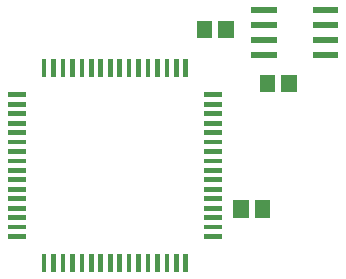
<source format=gbr>
G04 start of page 10 for group -4015 idx -4015 *
G04 Title: (unknown), toppaste *
G04 Creator: pcb 20091103 *
G04 CreationDate: Mon 14 Mar 2011 05:58:12 AM GMT UTC *
G04 For: gjhurlbu *
G04 Format: Gerber/RS-274X *
G04 PCB-Dimensions: 600000 500000 *
G04 PCB-Coordinate-Origin: lower left *
%MOIN*%
%FSLAX25Y25*%
%LNFRONTPASTE*%
%ADD17R,0.0157X0.0157*%
%ADD18R,0.0200X0.0200*%
%ADD19R,0.0512X0.0512*%
G54D19*X188000Y465786D02*Y465000D01*
X180914Y465786D02*Y465000D01*
X201914Y447786D02*Y447000D01*
X209000Y447786D02*Y447000D01*
X193000Y406000D02*Y405214D01*
X200086Y406000D02*Y405214D01*
G54D17*X127378Y389654D02*Y385228D01*
X130527Y389654D02*Y385228D01*
X133677Y389654D02*Y385228D01*
X136826Y389654D02*Y385228D01*
X139976Y389654D02*Y385228D01*
X143126Y389654D02*Y385228D01*
X146275Y389654D02*Y385228D01*
X149425Y389654D02*Y385228D01*
X152574Y389654D02*Y385228D01*
X155724Y389654D02*Y385228D01*
X158874Y389654D02*Y385228D01*
X162023Y389654D02*Y385228D01*
X165173Y389654D02*Y385228D01*
X168322Y389654D02*Y385228D01*
X171472Y389654D02*Y385228D01*
X174622Y389654D02*Y385228D01*
X181346Y396378D02*X185772D01*
X181346Y399527D02*X185772D01*
X181346Y402677D02*X185772D01*
X181346Y405826D02*X185772D01*
X181346Y408976D02*X185772D01*
X181346Y412126D02*X185772D01*
X181346Y415275D02*X185772D01*
X181346Y418425D02*X185772D01*
X181346Y421574D02*X185772D01*
X181346Y424724D02*X185772D01*
X181346Y427874D02*X185772D01*
X181346Y431023D02*X185772D01*
X181346Y434173D02*X185772D01*
X181346Y437322D02*X185772D01*
X181346Y440472D02*X185772D01*
X181346Y443622D02*X185772D01*
X174622Y454772D02*Y450346D01*
X171473Y454772D02*Y450346D01*
X168323Y454772D02*Y450346D01*
X165174Y454772D02*Y450346D01*
X162024Y454772D02*Y450346D01*
X158874Y454772D02*Y450346D01*
X155725Y454772D02*Y450346D01*
X152575Y454772D02*Y450346D01*
X149426Y454772D02*Y450346D01*
X146276Y454772D02*Y450346D01*
X143126Y454772D02*Y450346D01*
X139977Y454772D02*Y450346D01*
X136827Y454772D02*Y450346D01*
X133678Y454772D02*Y450346D01*
X130528Y454772D02*Y450346D01*
X127378Y454772D02*Y450346D01*
X116228Y443622D02*X120654D01*
X116228Y440473D02*X120654D01*
X116228Y437323D02*X120654D01*
X116228Y434174D02*X120654D01*
X116228Y431024D02*X120654D01*
X116228Y427874D02*X120654D01*
X116228Y424725D02*X120654D01*
X116228Y421575D02*X120654D01*
X116228Y418426D02*X120654D01*
X116228Y415276D02*X120654D01*
X116228Y412126D02*X120654D01*
X116228Y408977D02*X120654D01*
X116228Y405827D02*X120654D01*
X116228Y402678D02*X120654D01*
X116228Y399528D02*X120654D01*
X116228Y396378D02*X120654D01*
G54D18*X197500Y472000D02*X204000D01*
X197500Y467000D02*X204000D01*
X197500Y462000D02*X204000D01*
X197500Y457000D02*X204000D01*
X218000D02*X224500D01*
X218000Y462000D02*X224500D01*
X218000Y467000D02*X224500D01*
X218000Y472000D02*X224500D01*
M02*

</source>
